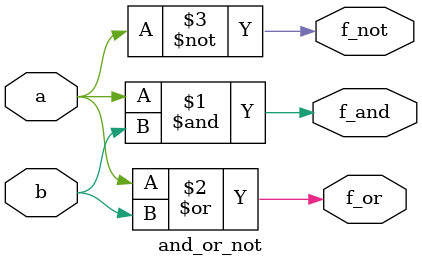
<source format=v>
`timescale 1ns/1ns

module and_or_not (a, b, f_and, f_or, f_not);
    input  a, b;
    output f_and, f_or, f_not;

    assign f_and = a & b; // AND
    assign f_or  = a | b; // OR
    assign f_not = ~a;    // NOT

endmodule

</source>
